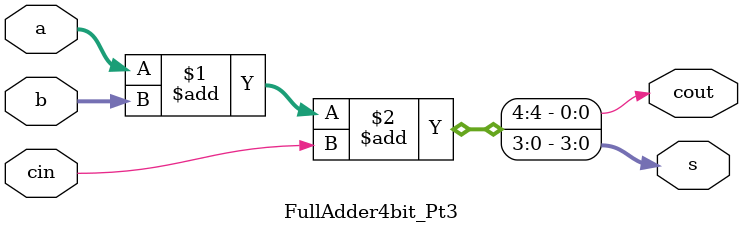
<source format=v>


`timescale 1ns/100ps

module FullAdder4bit_Pt3 (a, b, cin, s, cout);
  
  // Define a parameter so that the adder can be any size:
  
  parameter SIZE = 4;
  
  // Define inputs and outputs:
  
  input  [SIZE-1:0] a, b;
  input  cin;
  
  output [SIZE-1:0] s;
  output cout;
  
  // Specify pin to pin delay values for the two outputs:
  
  specify
  
    (a, b, cin *> cout) = 20;
    (a, b, cin *> s   ) = 34;
    
  endspecify
  
  // Use one assign statement, using concatenation, 
  // in order to define the Full Adder:
  
  assign {cout, s} = a + b + cin;
  
endmodule
</source>
